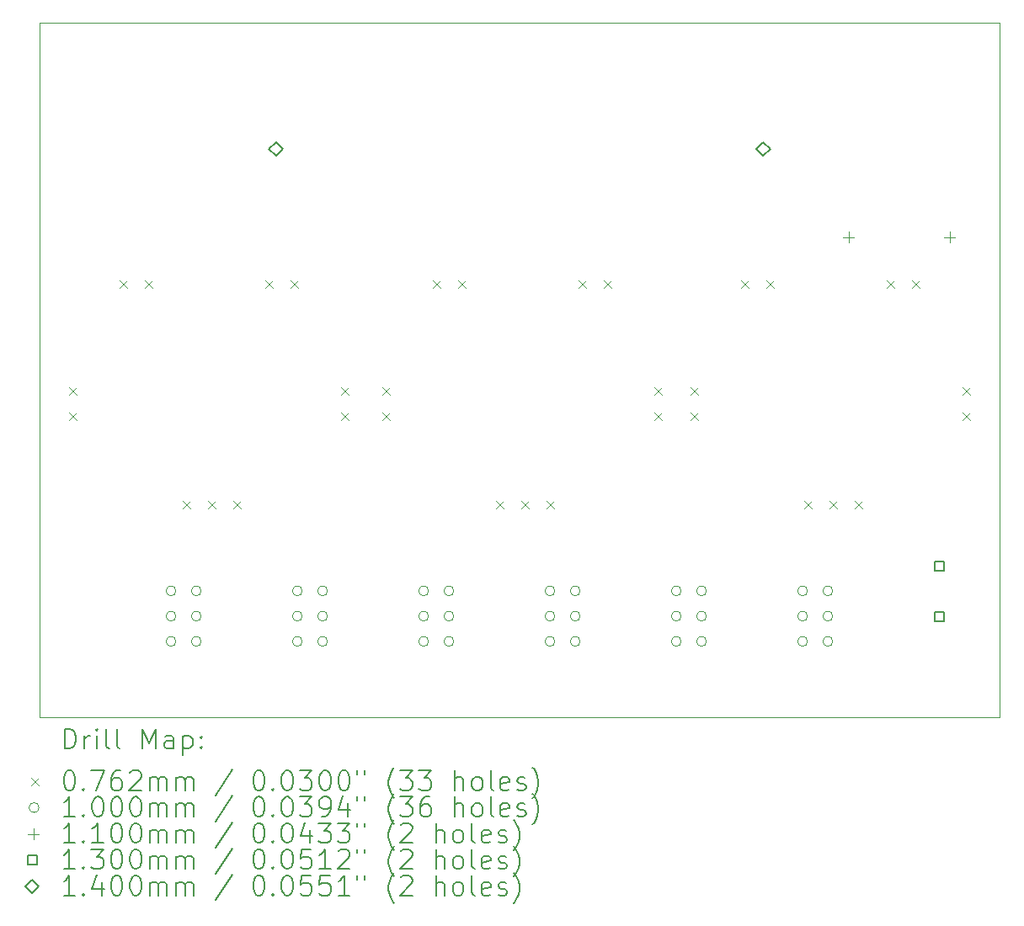
<source format=gbr>
%FSLAX45Y45*%
G04 Gerber Fmt 4.5, Leading zero omitted, Abs format (unit mm)*
G04 Created by KiCad (PCBNEW (6.0.0)) date 2022-08-06 06:41:08*
%MOMM*%
%LPD*%
G01*
G04 APERTURE LIST*
%TA.AperFunction,Profile*%
%ADD10C,0.100000*%
%TD*%
%ADD11C,0.200000*%
%ADD12C,0.076200*%
%ADD13C,0.100000*%
%ADD14C,0.110000*%
%ADD15C,0.130000*%
%ADD16C,0.140000*%
G04 APERTURE END LIST*
D10*
X8119500Y-4703500D02*
X17771500Y-4703500D01*
X17771500Y-4703500D02*
X17771500Y-11688500D01*
X17771500Y-11688500D02*
X8119500Y-11688500D01*
X8119500Y-11688500D02*
X8119500Y-4703500D01*
D11*
D12*
X8420700Y-8369500D02*
X8496900Y-8445700D01*
X8496900Y-8369500D02*
X8420700Y-8445700D01*
X8420700Y-8626000D02*
X8496900Y-8702200D01*
X8496900Y-8626000D02*
X8420700Y-8702200D01*
X8928700Y-7290000D02*
X9004900Y-7366200D01*
X9004900Y-7290000D02*
X8928700Y-7366200D01*
X9182700Y-7290000D02*
X9258900Y-7366200D01*
X9258900Y-7290000D02*
X9182700Y-7366200D01*
X9563700Y-9512500D02*
X9639900Y-9588700D01*
X9639900Y-9512500D02*
X9563700Y-9588700D01*
X9817700Y-9512500D02*
X9893900Y-9588700D01*
X9893900Y-9512500D02*
X9817700Y-9588700D01*
X10071700Y-9512500D02*
X10147900Y-9588700D01*
X10147900Y-9512500D02*
X10071700Y-9588700D01*
X10389200Y-7290000D02*
X10465400Y-7366200D01*
X10465400Y-7290000D02*
X10389200Y-7366200D01*
X10643200Y-7290000D02*
X10719400Y-7366200D01*
X10719400Y-7290000D02*
X10643200Y-7366200D01*
X11151200Y-8369500D02*
X11227400Y-8445700D01*
X11227400Y-8369500D02*
X11151200Y-8445700D01*
X11151200Y-8626000D02*
X11227400Y-8702200D01*
X11227400Y-8626000D02*
X11151200Y-8702200D01*
X11570300Y-8369500D02*
X11646500Y-8445700D01*
X11646500Y-8369500D02*
X11570300Y-8445700D01*
X11570300Y-8626000D02*
X11646500Y-8702200D01*
X11646500Y-8626000D02*
X11570300Y-8702200D01*
X12078300Y-7290000D02*
X12154500Y-7366200D01*
X12154500Y-7290000D02*
X12078300Y-7366200D01*
X12332300Y-7290000D02*
X12408500Y-7366200D01*
X12408500Y-7290000D02*
X12332300Y-7366200D01*
X12713300Y-9512500D02*
X12789500Y-9588700D01*
X12789500Y-9512500D02*
X12713300Y-9588700D01*
X12967300Y-9512500D02*
X13043500Y-9588700D01*
X13043500Y-9512500D02*
X12967300Y-9588700D01*
X13221300Y-9512500D02*
X13297500Y-9588700D01*
X13297500Y-9512500D02*
X13221300Y-9588700D01*
X13538800Y-7290000D02*
X13615000Y-7366200D01*
X13615000Y-7290000D02*
X13538800Y-7366200D01*
X13792800Y-7290000D02*
X13869000Y-7366200D01*
X13869000Y-7290000D02*
X13792800Y-7366200D01*
X14300800Y-8369500D02*
X14377000Y-8445700D01*
X14377000Y-8369500D02*
X14300800Y-8445700D01*
X14300800Y-8626000D02*
X14377000Y-8702200D01*
X14377000Y-8626000D02*
X14300800Y-8702200D01*
X14669100Y-8369500D02*
X14745300Y-8445700D01*
X14745300Y-8369500D02*
X14669100Y-8445700D01*
X14669100Y-8626000D02*
X14745300Y-8702200D01*
X14745300Y-8626000D02*
X14669100Y-8702200D01*
X15177100Y-7290000D02*
X15253300Y-7366200D01*
X15253300Y-7290000D02*
X15177100Y-7366200D01*
X15431100Y-7290000D02*
X15507300Y-7366200D01*
X15507300Y-7290000D02*
X15431100Y-7366200D01*
X15812100Y-9512500D02*
X15888300Y-9588700D01*
X15888300Y-9512500D02*
X15812100Y-9588700D01*
X16066100Y-9512500D02*
X16142300Y-9588700D01*
X16142300Y-9512500D02*
X16066100Y-9588700D01*
X16320100Y-9512500D02*
X16396300Y-9588700D01*
X16396300Y-9512500D02*
X16320100Y-9588700D01*
X16637600Y-7290000D02*
X16713800Y-7366200D01*
X16713800Y-7290000D02*
X16637600Y-7366200D01*
X16891600Y-7290000D02*
X16967800Y-7366200D01*
X16967800Y-7290000D02*
X16891600Y-7366200D01*
X17399600Y-8369500D02*
X17475800Y-8445700D01*
X17475800Y-8369500D02*
X17399600Y-8445700D01*
X17399600Y-8626000D02*
X17475800Y-8702200D01*
X17475800Y-8626000D02*
X17399600Y-8702200D01*
D13*
X9491250Y-10418000D02*
G75*
G03*
X9491250Y-10418000I-50000J0D01*
G01*
X9491250Y-10672000D02*
G75*
G03*
X9491250Y-10672000I-50000J0D01*
G01*
X9491250Y-10926000D02*
G75*
G03*
X9491250Y-10926000I-50000J0D01*
G01*
X9745250Y-10418000D02*
G75*
G03*
X9745250Y-10418000I-50000J0D01*
G01*
X9745250Y-10672000D02*
G75*
G03*
X9745250Y-10672000I-50000J0D01*
G01*
X9745250Y-10926000D02*
G75*
G03*
X9745250Y-10926000I-50000J0D01*
G01*
X10761250Y-10418000D02*
G75*
G03*
X10761250Y-10418000I-50000J0D01*
G01*
X10761250Y-10672000D02*
G75*
G03*
X10761250Y-10672000I-50000J0D01*
G01*
X10761250Y-10926000D02*
G75*
G03*
X10761250Y-10926000I-50000J0D01*
G01*
X11015250Y-10418000D02*
G75*
G03*
X11015250Y-10418000I-50000J0D01*
G01*
X11015250Y-10672000D02*
G75*
G03*
X11015250Y-10672000I-50000J0D01*
G01*
X11015250Y-10926000D02*
G75*
G03*
X11015250Y-10926000I-50000J0D01*
G01*
X12031250Y-10418000D02*
G75*
G03*
X12031250Y-10418000I-50000J0D01*
G01*
X12031250Y-10672000D02*
G75*
G03*
X12031250Y-10672000I-50000J0D01*
G01*
X12031250Y-10926000D02*
G75*
G03*
X12031250Y-10926000I-50000J0D01*
G01*
X12285250Y-10418000D02*
G75*
G03*
X12285250Y-10418000I-50000J0D01*
G01*
X12285250Y-10672000D02*
G75*
G03*
X12285250Y-10672000I-50000J0D01*
G01*
X12285250Y-10926000D02*
G75*
G03*
X12285250Y-10926000I-50000J0D01*
G01*
X13301250Y-10418000D02*
G75*
G03*
X13301250Y-10418000I-50000J0D01*
G01*
X13301250Y-10672000D02*
G75*
G03*
X13301250Y-10672000I-50000J0D01*
G01*
X13301250Y-10926000D02*
G75*
G03*
X13301250Y-10926000I-50000J0D01*
G01*
X13555250Y-10418000D02*
G75*
G03*
X13555250Y-10418000I-50000J0D01*
G01*
X13555250Y-10672000D02*
G75*
G03*
X13555250Y-10672000I-50000J0D01*
G01*
X13555250Y-10926000D02*
G75*
G03*
X13555250Y-10926000I-50000J0D01*
G01*
X14571250Y-10418000D02*
G75*
G03*
X14571250Y-10418000I-50000J0D01*
G01*
X14571250Y-10672000D02*
G75*
G03*
X14571250Y-10672000I-50000J0D01*
G01*
X14571250Y-10926000D02*
G75*
G03*
X14571250Y-10926000I-50000J0D01*
G01*
X14825250Y-10418000D02*
G75*
G03*
X14825250Y-10418000I-50000J0D01*
G01*
X14825250Y-10672000D02*
G75*
G03*
X14825250Y-10672000I-50000J0D01*
G01*
X14825250Y-10926000D02*
G75*
G03*
X14825250Y-10926000I-50000J0D01*
G01*
X15841250Y-10418000D02*
G75*
G03*
X15841250Y-10418000I-50000J0D01*
G01*
X15841250Y-10672000D02*
G75*
G03*
X15841250Y-10672000I-50000J0D01*
G01*
X15841250Y-10926000D02*
G75*
G03*
X15841250Y-10926000I-50000J0D01*
G01*
X16095250Y-10418000D02*
G75*
G03*
X16095250Y-10418000I-50000J0D01*
G01*
X16095250Y-10672000D02*
G75*
G03*
X16095250Y-10672000I-50000J0D01*
G01*
X16095250Y-10926000D02*
G75*
G03*
X16095250Y-10926000I-50000J0D01*
G01*
D14*
X16256000Y-6803000D02*
X16256000Y-6913000D01*
X16201000Y-6858000D02*
X16311000Y-6858000D01*
X17272000Y-6803000D02*
X17272000Y-6913000D01*
X17217000Y-6858000D02*
X17327000Y-6858000D01*
D15*
X17212462Y-10210962D02*
X17212462Y-10119038D01*
X17120538Y-10119038D01*
X17120538Y-10210962D01*
X17212462Y-10210962D01*
X17212462Y-10718962D02*
X17212462Y-10627038D01*
X17120538Y-10627038D01*
X17120538Y-10718962D01*
X17212462Y-10718962D01*
D16*
X10495500Y-6043500D02*
X10565500Y-5973500D01*
X10495500Y-5903500D01*
X10425500Y-5973500D01*
X10495500Y-6043500D01*
X15395500Y-6043500D02*
X15465500Y-5973500D01*
X15395500Y-5903500D01*
X15325500Y-5973500D01*
X15395500Y-6043500D01*
D11*
X8372119Y-12003976D02*
X8372119Y-11803976D01*
X8419738Y-11803976D01*
X8448310Y-11813500D01*
X8467357Y-11832548D01*
X8476881Y-11851595D01*
X8486405Y-11889690D01*
X8486405Y-11918262D01*
X8476881Y-11956357D01*
X8467357Y-11975405D01*
X8448310Y-11994452D01*
X8419738Y-12003976D01*
X8372119Y-12003976D01*
X8572119Y-12003976D02*
X8572119Y-11870643D01*
X8572119Y-11908738D02*
X8581643Y-11889690D01*
X8591167Y-11880167D01*
X8610214Y-11870643D01*
X8629262Y-11870643D01*
X8695929Y-12003976D02*
X8695929Y-11870643D01*
X8695929Y-11803976D02*
X8686405Y-11813500D01*
X8695929Y-11823024D01*
X8705452Y-11813500D01*
X8695929Y-11803976D01*
X8695929Y-11823024D01*
X8819738Y-12003976D02*
X8800690Y-11994452D01*
X8791167Y-11975405D01*
X8791167Y-11803976D01*
X8924500Y-12003976D02*
X8905452Y-11994452D01*
X8895929Y-11975405D01*
X8895929Y-11803976D01*
X9153071Y-12003976D02*
X9153071Y-11803976D01*
X9219738Y-11946833D01*
X9286405Y-11803976D01*
X9286405Y-12003976D01*
X9467357Y-12003976D02*
X9467357Y-11899214D01*
X9457833Y-11880167D01*
X9438786Y-11870643D01*
X9400690Y-11870643D01*
X9381643Y-11880167D01*
X9467357Y-11994452D02*
X9448310Y-12003976D01*
X9400690Y-12003976D01*
X9381643Y-11994452D01*
X9372119Y-11975405D01*
X9372119Y-11956357D01*
X9381643Y-11937309D01*
X9400690Y-11927786D01*
X9448310Y-11927786D01*
X9467357Y-11918262D01*
X9562595Y-11870643D02*
X9562595Y-12070643D01*
X9562595Y-11880167D02*
X9581643Y-11870643D01*
X9619738Y-11870643D01*
X9638786Y-11880167D01*
X9648310Y-11889690D01*
X9657833Y-11908738D01*
X9657833Y-11965881D01*
X9648310Y-11984928D01*
X9638786Y-11994452D01*
X9619738Y-12003976D01*
X9581643Y-12003976D01*
X9562595Y-11994452D01*
X9743548Y-11984928D02*
X9753071Y-11994452D01*
X9743548Y-12003976D01*
X9734024Y-11994452D01*
X9743548Y-11984928D01*
X9743548Y-12003976D01*
X9743548Y-11880167D02*
X9753071Y-11889690D01*
X9743548Y-11899214D01*
X9734024Y-11889690D01*
X9743548Y-11880167D01*
X9743548Y-11899214D01*
D12*
X8038300Y-12295400D02*
X8114500Y-12371600D01*
X8114500Y-12295400D02*
X8038300Y-12371600D01*
D11*
X8410214Y-12223976D02*
X8429262Y-12223976D01*
X8448310Y-12233500D01*
X8457833Y-12243024D01*
X8467357Y-12262071D01*
X8476881Y-12300167D01*
X8476881Y-12347786D01*
X8467357Y-12385881D01*
X8457833Y-12404928D01*
X8448310Y-12414452D01*
X8429262Y-12423976D01*
X8410214Y-12423976D01*
X8391167Y-12414452D01*
X8381643Y-12404928D01*
X8372119Y-12385881D01*
X8362595Y-12347786D01*
X8362595Y-12300167D01*
X8372119Y-12262071D01*
X8381643Y-12243024D01*
X8391167Y-12233500D01*
X8410214Y-12223976D01*
X8562595Y-12404928D02*
X8572119Y-12414452D01*
X8562595Y-12423976D01*
X8553071Y-12414452D01*
X8562595Y-12404928D01*
X8562595Y-12423976D01*
X8638786Y-12223976D02*
X8772119Y-12223976D01*
X8686405Y-12423976D01*
X8934024Y-12223976D02*
X8895929Y-12223976D01*
X8876881Y-12233500D01*
X8867357Y-12243024D01*
X8848310Y-12271595D01*
X8838786Y-12309690D01*
X8838786Y-12385881D01*
X8848310Y-12404928D01*
X8857833Y-12414452D01*
X8876881Y-12423976D01*
X8914976Y-12423976D01*
X8934024Y-12414452D01*
X8943548Y-12404928D01*
X8953071Y-12385881D01*
X8953071Y-12338262D01*
X8943548Y-12319214D01*
X8934024Y-12309690D01*
X8914976Y-12300167D01*
X8876881Y-12300167D01*
X8857833Y-12309690D01*
X8848310Y-12319214D01*
X8838786Y-12338262D01*
X9029262Y-12243024D02*
X9038786Y-12233500D01*
X9057833Y-12223976D01*
X9105452Y-12223976D01*
X9124500Y-12233500D01*
X9134024Y-12243024D01*
X9143548Y-12262071D01*
X9143548Y-12281119D01*
X9134024Y-12309690D01*
X9019738Y-12423976D01*
X9143548Y-12423976D01*
X9229262Y-12423976D02*
X9229262Y-12290643D01*
X9229262Y-12309690D02*
X9238786Y-12300167D01*
X9257833Y-12290643D01*
X9286405Y-12290643D01*
X9305452Y-12300167D01*
X9314976Y-12319214D01*
X9314976Y-12423976D01*
X9314976Y-12319214D02*
X9324500Y-12300167D01*
X9343548Y-12290643D01*
X9372119Y-12290643D01*
X9391167Y-12300167D01*
X9400690Y-12319214D01*
X9400690Y-12423976D01*
X9495929Y-12423976D02*
X9495929Y-12290643D01*
X9495929Y-12309690D02*
X9505452Y-12300167D01*
X9524500Y-12290643D01*
X9553071Y-12290643D01*
X9572119Y-12300167D01*
X9581643Y-12319214D01*
X9581643Y-12423976D01*
X9581643Y-12319214D02*
X9591167Y-12300167D01*
X9610214Y-12290643D01*
X9638786Y-12290643D01*
X9657833Y-12300167D01*
X9667357Y-12319214D01*
X9667357Y-12423976D01*
X10057833Y-12214452D02*
X9886405Y-12471595D01*
X10314976Y-12223976D02*
X10334024Y-12223976D01*
X10353071Y-12233500D01*
X10362595Y-12243024D01*
X10372119Y-12262071D01*
X10381643Y-12300167D01*
X10381643Y-12347786D01*
X10372119Y-12385881D01*
X10362595Y-12404928D01*
X10353071Y-12414452D01*
X10334024Y-12423976D01*
X10314976Y-12423976D01*
X10295929Y-12414452D01*
X10286405Y-12404928D01*
X10276881Y-12385881D01*
X10267357Y-12347786D01*
X10267357Y-12300167D01*
X10276881Y-12262071D01*
X10286405Y-12243024D01*
X10295929Y-12233500D01*
X10314976Y-12223976D01*
X10467357Y-12404928D02*
X10476881Y-12414452D01*
X10467357Y-12423976D01*
X10457833Y-12414452D01*
X10467357Y-12404928D01*
X10467357Y-12423976D01*
X10600690Y-12223976D02*
X10619738Y-12223976D01*
X10638786Y-12233500D01*
X10648310Y-12243024D01*
X10657833Y-12262071D01*
X10667357Y-12300167D01*
X10667357Y-12347786D01*
X10657833Y-12385881D01*
X10648310Y-12404928D01*
X10638786Y-12414452D01*
X10619738Y-12423976D01*
X10600690Y-12423976D01*
X10581643Y-12414452D01*
X10572119Y-12404928D01*
X10562595Y-12385881D01*
X10553071Y-12347786D01*
X10553071Y-12300167D01*
X10562595Y-12262071D01*
X10572119Y-12243024D01*
X10581643Y-12233500D01*
X10600690Y-12223976D01*
X10734024Y-12223976D02*
X10857833Y-12223976D01*
X10791167Y-12300167D01*
X10819738Y-12300167D01*
X10838786Y-12309690D01*
X10848310Y-12319214D01*
X10857833Y-12338262D01*
X10857833Y-12385881D01*
X10848310Y-12404928D01*
X10838786Y-12414452D01*
X10819738Y-12423976D01*
X10762595Y-12423976D01*
X10743548Y-12414452D01*
X10734024Y-12404928D01*
X10981643Y-12223976D02*
X11000690Y-12223976D01*
X11019738Y-12233500D01*
X11029262Y-12243024D01*
X11038786Y-12262071D01*
X11048310Y-12300167D01*
X11048310Y-12347786D01*
X11038786Y-12385881D01*
X11029262Y-12404928D01*
X11019738Y-12414452D01*
X11000690Y-12423976D01*
X10981643Y-12423976D01*
X10962595Y-12414452D01*
X10953071Y-12404928D01*
X10943548Y-12385881D01*
X10934024Y-12347786D01*
X10934024Y-12300167D01*
X10943548Y-12262071D01*
X10953071Y-12243024D01*
X10962595Y-12233500D01*
X10981643Y-12223976D01*
X11172119Y-12223976D02*
X11191167Y-12223976D01*
X11210214Y-12233500D01*
X11219738Y-12243024D01*
X11229262Y-12262071D01*
X11238786Y-12300167D01*
X11238786Y-12347786D01*
X11229262Y-12385881D01*
X11219738Y-12404928D01*
X11210214Y-12414452D01*
X11191167Y-12423976D01*
X11172119Y-12423976D01*
X11153071Y-12414452D01*
X11143548Y-12404928D01*
X11134024Y-12385881D01*
X11124500Y-12347786D01*
X11124500Y-12300167D01*
X11134024Y-12262071D01*
X11143548Y-12243024D01*
X11153071Y-12233500D01*
X11172119Y-12223976D01*
X11314976Y-12223976D02*
X11314976Y-12262071D01*
X11391167Y-12223976D02*
X11391167Y-12262071D01*
X11686405Y-12500167D02*
X11676881Y-12490643D01*
X11657833Y-12462071D01*
X11648309Y-12443024D01*
X11638786Y-12414452D01*
X11629262Y-12366833D01*
X11629262Y-12328738D01*
X11638786Y-12281119D01*
X11648309Y-12252548D01*
X11657833Y-12233500D01*
X11676881Y-12204928D01*
X11686405Y-12195405D01*
X11743548Y-12223976D02*
X11867357Y-12223976D01*
X11800690Y-12300167D01*
X11829262Y-12300167D01*
X11848309Y-12309690D01*
X11857833Y-12319214D01*
X11867357Y-12338262D01*
X11867357Y-12385881D01*
X11857833Y-12404928D01*
X11848309Y-12414452D01*
X11829262Y-12423976D01*
X11772119Y-12423976D01*
X11753071Y-12414452D01*
X11743548Y-12404928D01*
X11934024Y-12223976D02*
X12057833Y-12223976D01*
X11991167Y-12300167D01*
X12019738Y-12300167D01*
X12038786Y-12309690D01*
X12048309Y-12319214D01*
X12057833Y-12338262D01*
X12057833Y-12385881D01*
X12048309Y-12404928D01*
X12038786Y-12414452D01*
X12019738Y-12423976D01*
X11962595Y-12423976D01*
X11943548Y-12414452D01*
X11934024Y-12404928D01*
X12295928Y-12423976D02*
X12295928Y-12223976D01*
X12381643Y-12423976D02*
X12381643Y-12319214D01*
X12372119Y-12300167D01*
X12353071Y-12290643D01*
X12324500Y-12290643D01*
X12305452Y-12300167D01*
X12295928Y-12309690D01*
X12505452Y-12423976D02*
X12486405Y-12414452D01*
X12476881Y-12404928D01*
X12467357Y-12385881D01*
X12467357Y-12328738D01*
X12476881Y-12309690D01*
X12486405Y-12300167D01*
X12505452Y-12290643D01*
X12534024Y-12290643D01*
X12553071Y-12300167D01*
X12562595Y-12309690D01*
X12572119Y-12328738D01*
X12572119Y-12385881D01*
X12562595Y-12404928D01*
X12553071Y-12414452D01*
X12534024Y-12423976D01*
X12505452Y-12423976D01*
X12686405Y-12423976D02*
X12667357Y-12414452D01*
X12657833Y-12395405D01*
X12657833Y-12223976D01*
X12838786Y-12414452D02*
X12819738Y-12423976D01*
X12781643Y-12423976D01*
X12762595Y-12414452D01*
X12753071Y-12395405D01*
X12753071Y-12319214D01*
X12762595Y-12300167D01*
X12781643Y-12290643D01*
X12819738Y-12290643D01*
X12838786Y-12300167D01*
X12848309Y-12319214D01*
X12848309Y-12338262D01*
X12753071Y-12357309D01*
X12924500Y-12414452D02*
X12943548Y-12423976D01*
X12981643Y-12423976D01*
X13000690Y-12414452D01*
X13010214Y-12395405D01*
X13010214Y-12385881D01*
X13000690Y-12366833D01*
X12981643Y-12357309D01*
X12953071Y-12357309D01*
X12934024Y-12347786D01*
X12924500Y-12328738D01*
X12924500Y-12319214D01*
X12934024Y-12300167D01*
X12953071Y-12290643D01*
X12981643Y-12290643D01*
X13000690Y-12300167D01*
X13076881Y-12500167D02*
X13086405Y-12490643D01*
X13105452Y-12462071D01*
X13114976Y-12443024D01*
X13124500Y-12414452D01*
X13134024Y-12366833D01*
X13134024Y-12328738D01*
X13124500Y-12281119D01*
X13114976Y-12252548D01*
X13105452Y-12233500D01*
X13086405Y-12204928D01*
X13076881Y-12195405D01*
D13*
X8114500Y-12597500D02*
G75*
G03*
X8114500Y-12597500I-50000J0D01*
G01*
D11*
X8476881Y-12687976D02*
X8362595Y-12687976D01*
X8419738Y-12687976D02*
X8419738Y-12487976D01*
X8400690Y-12516548D01*
X8381643Y-12535595D01*
X8362595Y-12545119D01*
X8562595Y-12668928D02*
X8572119Y-12678452D01*
X8562595Y-12687976D01*
X8553071Y-12678452D01*
X8562595Y-12668928D01*
X8562595Y-12687976D01*
X8695929Y-12487976D02*
X8714976Y-12487976D01*
X8734024Y-12497500D01*
X8743548Y-12507024D01*
X8753071Y-12526071D01*
X8762595Y-12564167D01*
X8762595Y-12611786D01*
X8753071Y-12649881D01*
X8743548Y-12668928D01*
X8734024Y-12678452D01*
X8714976Y-12687976D01*
X8695929Y-12687976D01*
X8676881Y-12678452D01*
X8667357Y-12668928D01*
X8657833Y-12649881D01*
X8648310Y-12611786D01*
X8648310Y-12564167D01*
X8657833Y-12526071D01*
X8667357Y-12507024D01*
X8676881Y-12497500D01*
X8695929Y-12487976D01*
X8886405Y-12487976D02*
X8905452Y-12487976D01*
X8924500Y-12497500D01*
X8934024Y-12507024D01*
X8943548Y-12526071D01*
X8953071Y-12564167D01*
X8953071Y-12611786D01*
X8943548Y-12649881D01*
X8934024Y-12668928D01*
X8924500Y-12678452D01*
X8905452Y-12687976D01*
X8886405Y-12687976D01*
X8867357Y-12678452D01*
X8857833Y-12668928D01*
X8848310Y-12649881D01*
X8838786Y-12611786D01*
X8838786Y-12564167D01*
X8848310Y-12526071D01*
X8857833Y-12507024D01*
X8867357Y-12497500D01*
X8886405Y-12487976D01*
X9076881Y-12487976D02*
X9095929Y-12487976D01*
X9114976Y-12497500D01*
X9124500Y-12507024D01*
X9134024Y-12526071D01*
X9143548Y-12564167D01*
X9143548Y-12611786D01*
X9134024Y-12649881D01*
X9124500Y-12668928D01*
X9114976Y-12678452D01*
X9095929Y-12687976D01*
X9076881Y-12687976D01*
X9057833Y-12678452D01*
X9048310Y-12668928D01*
X9038786Y-12649881D01*
X9029262Y-12611786D01*
X9029262Y-12564167D01*
X9038786Y-12526071D01*
X9048310Y-12507024D01*
X9057833Y-12497500D01*
X9076881Y-12487976D01*
X9229262Y-12687976D02*
X9229262Y-12554643D01*
X9229262Y-12573690D02*
X9238786Y-12564167D01*
X9257833Y-12554643D01*
X9286405Y-12554643D01*
X9305452Y-12564167D01*
X9314976Y-12583214D01*
X9314976Y-12687976D01*
X9314976Y-12583214D02*
X9324500Y-12564167D01*
X9343548Y-12554643D01*
X9372119Y-12554643D01*
X9391167Y-12564167D01*
X9400690Y-12583214D01*
X9400690Y-12687976D01*
X9495929Y-12687976D02*
X9495929Y-12554643D01*
X9495929Y-12573690D02*
X9505452Y-12564167D01*
X9524500Y-12554643D01*
X9553071Y-12554643D01*
X9572119Y-12564167D01*
X9581643Y-12583214D01*
X9581643Y-12687976D01*
X9581643Y-12583214D02*
X9591167Y-12564167D01*
X9610214Y-12554643D01*
X9638786Y-12554643D01*
X9657833Y-12564167D01*
X9667357Y-12583214D01*
X9667357Y-12687976D01*
X10057833Y-12478452D02*
X9886405Y-12735595D01*
X10314976Y-12487976D02*
X10334024Y-12487976D01*
X10353071Y-12497500D01*
X10362595Y-12507024D01*
X10372119Y-12526071D01*
X10381643Y-12564167D01*
X10381643Y-12611786D01*
X10372119Y-12649881D01*
X10362595Y-12668928D01*
X10353071Y-12678452D01*
X10334024Y-12687976D01*
X10314976Y-12687976D01*
X10295929Y-12678452D01*
X10286405Y-12668928D01*
X10276881Y-12649881D01*
X10267357Y-12611786D01*
X10267357Y-12564167D01*
X10276881Y-12526071D01*
X10286405Y-12507024D01*
X10295929Y-12497500D01*
X10314976Y-12487976D01*
X10467357Y-12668928D02*
X10476881Y-12678452D01*
X10467357Y-12687976D01*
X10457833Y-12678452D01*
X10467357Y-12668928D01*
X10467357Y-12687976D01*
X10600690Y-12487976D02*
X10619738Y-12487976D01*
X10638786Y-12497500D01*
X10648310Y-12507024D01*
X10657833Y-12526071D01*
X10667357Y-12564167D01*
X10667357Y-12611786D01*
X10657833Y-12649881D01*
X10648310Y-12668928D01*
X10638786Y-12678452D01*
X10619738Y-12687976D01*
X10600690Y-12687976D01*
X10581643Y-12678452D01*
X10572119Y-12668928D01*
X10562595Y-12649881D01*
X10553071Y-12611786D01*
X10553071Y-12564167D01*
X10562595Y-12526071D01*
X10572119Y-12507024D01*
X10581643Y-12497500D01*
X10600690Y-12487976D01*
X10734024Y-12487976D02*
X10857833Y-12487976D01*
X10791167Y-12564167D01*
X10819738Y-12564167D01*
X10838786Y-12573690D01*
X10848310Y-12583214D01*
X10857833Y-12602262D01*
X10857833Y-12649881D01*
X10848310Y-12668928D01*
X10838786Y-12678452D01*
X10819738Y-12687976D01*
X10762595Y-12687976D01*
X10743548Y-12678452D01*
X10734024Y-12668928D01*
X10953071Y-12687976D02*
X10991167Y-12687976D01*
X11010214Y-12678452D01*
X11019738Y-12668928D01*
X11038786Y-12640357D01*
X11048310Y-12602262D01*
X11048310Y-12526071D01*
X11038786Y-12507024D01*
X11029262Y-12497500D01*
X11010214Y-12487976D01*
X10972119Y-12487976D01*
X10953071Y-12497500D01*
X10943548Y-12507024D01*
X10934024Y-12526071D01*
X10934024Y-12573690D01*
X10943548Y-12592738D01*
X10953071Y-12602262D01*
X10972119Y-12611786D01*
X11010214Y-12611786D01*
X11029262Y-12602262D01*
X11038786Y-12592738D01*
X11048310Y-12573690D01*
X11219738Y-12554643D02*
X11219738Y-12687976D01*
X11172119Y-12478452D02*
X11124500Y-12621309D01*
X11248309Y-12621309D01*
X11314976Y-12487976D02*
X11314976Y-12526071D01*
X11391167Y-12487976D02*
X11391167Y-12526071D01*
X11686405Y-12764167D02*
X11676881Y-12754643D01*
X11657833Y-12726071D01*
X11648309Y-12707024D01*
X11638786Y-12678452D01*
X11629262Y-12630833D01*
X11629262Y-12592738D01*
X11638786Y-12545119D01*
X11648309Y-12516548D01*
X11657833Y-12497500D01*
X11676881Y-12468928D01*
X11686405Y-12459405D01*
X11743548Y-12487976D02*
X11867357Y-12487976D01*
X11800690Y-12564167D01*
X11829262Y-12564167D01*
X11848309Y-12573690D01*
X11857833Y-12583214D01*
X11867357Y-12602262D01*
X11867357Y-12649881D01*
X11857833Y-12668928D01*
X11848309Y-12678452D01*
X11829262Y-12687976D01*
X11772119Y-12687976D01*
X11753071Y-12678452D01*
X11743548Y-12668928D01*
X12038786Y-12487976D02*
X12000690Y-12487976D01*
X11981643Y-12497500D01*
X11972119Y-12507024D01*
X11953071Y-12535595D01*
X11943548Y-12573690D01*
X11943548Y-12649881D01*
X11953071Y-12668928D01*
X11962595Y-12678452D01*
X11981643Y-12687976D01*
X12019738Y-12687976D01*
X12038786Y-12678452D01*
X12048309Y-12668928D01*
X12057833Y-12649881D01*
X12057833Y-12602262D01*
X12048309Y-12583214D01*
X12038786Y-12573690D01*
X12019738Y-12564167D01*
X11981643Y-12564167D01*
X11962595Y-12573690D01*
X11953071Y-12583214D01*
X11943548Y-12602262D01*
X12295928Y-12687976D02*
X12295928Y-12487976D01*
X12381643Y-12687976D02*
X12381643Y-12583214D01*
X12372119Y-12564167D01*
X12353071Y-12554643D01*
X12324500Y-12554643D01*
X12305452Y-12564167D01*
X12295928Y-12573690D01*
X12505452Y-12687976D02*
X12486405Y-12678452D01*
X12476881Y-12668928D01*
X12467357Y-12649881D01*
X12467357Y-12592738D01*
X12476881Y-12573690D01*
X12486405Y-12564167D01*
X12505452Y-12554643D01*
X12534024Y-12554643D01*
X12553071Y-12564167D01*
X12562595Y-12573690D01*
X12572119Y-12592738D01*
X12572119Y-12649881D01*
X12562595Y-12668928D01*
X12553071Y-12678452D01*
X12534024Y-12687976D01*
X12505452Y-12687976D01*
X12686405Y-12687976D02*
X12667357Y-12678452D01*
X12657833Y-12659405D01*
X12657833Y-12487976D01*
X12838786Y-12678452D02*
X12819738Y-12687976D01*
X12781643Y-12687976D01*
X12762595Y-12678452D01*
X12753071Y-12659405D01*
X12753071Y-12583214D01*
X12762595Y-12564167D01*
X12781643Y-12554643D01*
X12819738Y-12554643D01*
X12838786Y-12564167D01*
X12848309Y-12583214D01*
X12848309Y-12602262D01*
X12753071Y-12621309D01*
X12924500Y-12678452D02*
X12943548Y-12687976D01*
X12981643Y-12687976D01*
X13000690Y-12678452D01*
X13010214Y-12659405D01*
X13010214Y-12649881D01*
X13000690Y-12630833D01*
X12981643Y-12621309D01*
X12953071Y-12621309D01*
X12934024Y-12611786D01*
X12924500Y-12592738D01*
X12924500Y-12583214D01*
X12934024Y-12564167D01*
X12953071Y-12554643D01*
X12981643Y-12554643D01*
X13000690Y-12564167D01*
X13076881Y-12764167D02*
X13086405Y-12754643D01*
X13105452Y-12726071D01*
X13114976Y-12707024D01*
X13124500Y-12678452D01*
X13134024Y-12630833D01*
X13134024Y-12592738D01*
X13124500Y-12545119D01*
X13114976Y-12516548D01*
X13105452Y-12497500D01*
X13086405Y-12468928D01*
X13076881Y-12459405D01*
D14*
X8059500Y-12806500D02*
X8059500Y-12916500D01*
X8004500Y-12861500D02*
X8114500Y-12861500D01*
D11*
X8476881Y-12951976D02*
X8362595Y-12951976D01*
X8419738Y-12951976D02*
X8419738Y-12751976D01*
X8400690Y-12780548D01*
X8381643Y-12799595D01*
X8362595Y-12809119D01*
X8562595Y-12932928D02*
X8572119Y-12942452D01*
X8562595Y-12951976D01*
X8553071Y-12942452D01*
X8562595Y-12932928D01*
X8562595Y-12951976D01*
X8762595Y-12951976D02*
X8648310Y-12951976D01*
X8705452Y-12951976D02*
X8705452Y-12751976D01*
X8686405Y-12780548D01*
X8667357Y-12799595D01*
X8648310Y-12809119D01*
X8886405Y-12751976D02*
X8905452Y-12751976D01*
X8924500Y-12761500D01*
X8934024Y-12771024D01*
X8943548Y-12790071D01*
X8953071Y-12828167D01*
X8953071Y-12875786D01*
X8943548Y-12913881D01*
X8934024Y-12932928D01*
X8924500Y-12942452D01*
X8905452Y-12951976D01*
X8886405Y-12951976D01*
X8867357Y-12942452D01*
X8857833Y-12932928D01*
X8848310Y-12913881D01*
X8838786Y-12875786D01*
X8838786Y-12828167D01*
X8848310Y-12790071D01*
X8857833Y-12771024D01*
X8867357Y-12761500D01*
X8886405Y-12751976D01*
X9076881Y-12751976D02*
X9095929Y-12751976D01*
X9114976Y-12761500D01*
X9124500Y-12771024D01*
X9134024Y-12790071D01*
X9143548Y-12828167D01*
X9143548Y-12875786D01*
X9134024Y-12913881D01*
X9124500Y-12932928D01*
X9114976Y-12942452D01*
X9095929Y-12951976D01*
X9076881Y-12951976D01*
X9057833Y-12942452D01*
X9048310Y-12932928D01*
X9038786Y-12913881D01*
X9029262Y-12875786D01*
X9029262Y-12828167D01*
X9038786Y-12790071D01*
X9048310Y-12771024D01*
X9057833Y-12761500D01*
X9076881Y-12751976D01*
X9229262Y-12951976D02*
X9229262Y-12818643D01*
X9229262Y-12837690D02*
X9238786Y-12828167D01*
X9257833Y-12818643D01*
X9286405Y-12818643D01*
X9305452Y-12828167D01*
X9314976Y-12847214D01*
X9314976Y-12951976D01*
X9314976Y-12847214D02*
X9324500Y-12828167D01*
X9343548Y-12818643D01*
X9372119Y-12818643D01*
X9391167Y-12828167D01*
X9400690Y-12847214D01*
X9400690Y-12951976D01*
X9495929Y-12951976D02*
X9495929Y-12818643D01*
X9495929Y-12837690D02*
X9505452Y-12828167D01*
X9524500Y-12818643D01*
X9553071Y-12818643D01*
X9572119Y-12828167D01*
X9581643Y-12847214D01*
X9581643Y-12951976D01*
X9581643Y-12847214D02*
X9591167Y-12828167D01*
X9610214Y-12818643D01*
X9638786Y-12818643D01*
X9657833Y-12828167D01*
X9667357Y-12847214D01*
X9667357Y-12951976D01*
X10057833Y-12742452D02*
X9886405Y-12999595D01*
X10314976Y-12751976D02*
X10334024Y-12751976D01*
X10353071Y-12761500D01*
X10362595Y-12771024D01*
X10372119Y-12790071D01*
X10381643Y-12828167D01*
X10381643Y-12875786D01*
X10372119Y-12913881D01*
X10362595Y-12932928D01*
X10353071Y-12942452D01*
X10334024Y-12951976D01*
X10314976Y-12951976D01*
X10295929Y-12942452D01*
X10286405Y-12932928D01*
X10276881Y-12913881D01*
X10267357Y-12875786D01*
X10267357Y-12828167D01*
X10276881Y-12790071D01*
X10286405Y-12771024D01*
X10295929Y-12761500D01*
X10314976Y-12751976D01*
X10467357Y-12932928D02*
X10476881Y-12942452D01*
X10467357Y-12951976D01*
X10457833Y-12942452D01*
X10467357Y-12932928D01*
X10467357Y-12951976D01*
X10600690Y-12751976D02*
X10619738Y-12751976D01*
X10638786Y-12761500D01*
X10648310Y-12771024D01*
X10657833Y-12790071D01*
X10667357Y-12828167D01*
X10667357Y-12875786D01*
X10657833Y-12913881D01*
X10648310Y-12932928D01*
X10638786Y-12942452D01*
X10619738Y-12951976D01*
X10600690Y-12951976D01*
X10581643Y-12942452D01*
X10572119Y-12932928D01*
X10562595Y-12913881D01*
X10553071Y-12875786D01*
X10553071Y-12828167D01*
X10562595Y-12790071D01*
X10572119Y-12771024D01*
X10581643Y-12761500D01*
X10600690Y-12751976D01*
X10838786Y-12818643D02*
X10838786Y-12951976D01*
X10791167Y-12742452D02*
X10743548Y-12885309D01*
X10867357Y-12885309D01*
X10924500Y-12751976D02*
X11048310Y-12751976D01*
X10981643Y-12828167D01*
X11010214Y-12828167D01*
X11029262Y-12837690D01*
X11038786Y-12847214D01*
X11048310Y-12866262D01*
X11048310Y-12913881D01*
X11038786Y-12932928D01*
X11029262Y-12942452D01*
X11010214Y-12951976D01*
X10953071Y-12951976D01*
X10934024Y-12942452D01*
X10924500Y-12932928D01*
X11114976Y-12751976D02*
X11238786Y-12751976D01*
X11172119Y-12828167D01*
X11200690Y-12828167D01*
X11219738Y-12837690D01*
X11229262Y-12847214D01*
X11238786Y-12866262D01*
X11238786Y-12913881D01*
X11229262Y-12932928D01*
X11219738Y-12942452D01*
X11200690Y-12951976D01*
X11143548Y-12951976D01*
X11124500Y-12942452D01*
X11114976Y-12932928D01*
X11314976Y-12751976D02*
X11314976Y-12790071D01*
X11391167Y-12751976D02*
X11391167Y-12790071D01*
X11686405Y-13028167D02*
X11676881Y-13018643D01*
X11657833Y-12990071D01*
X11648309Y-12971024D01*
X11638786Y-12942452D01*
X11629262Y-12894833D01*
X11629262Y-12856738D01*
X11638786Y-12809119D01*
X11648309Y-12780548D01*
X11657833Y-12761500D01*
X11676881Y-12732928D01*
X11686405Y-12723405D01*
X11753071Y-12771024D02*
X11762595Y-12761500D01*
X11781643Y-12751976D01*
X11829262Y-12751976D01*
X11848309Y-12761500D01*
X11857833Y-12771024D01*
X11867357Y-12790071D01*
X11867357Y-12809119D01*
X11857833Y-12837690D01*
X11743548Y-12951976D01*
X11867357Y-12951976D01*
X12105452Y-12951976D02*
X12105452Y-12751976D01*
X12191167Y-12951976D02*
X12191167Y-12847214D01*
X12181643Y-12828167D01*
X12162595Y-12818643D01*
X12134024Y-12818643D01*
X12114976Y-12828167D01*
X12105452Y-12837690D01*
X12314976Y-12951976D02*
X12295928Y-12942452D01*
X12286405Y-12932928D01*
X12276881Y-12913881D01*
X12276881Y-12856738D01*
X12286405Y-12837690D01*
X12295928Y-12828167D01*
X12314976Y-12818643D01*
X12343548Y-12818643D01*
X12362595Y-12828167D01*
X12372119Y-12837690D01*
X12381643Y-12856738D01*
X12381643Y-12913881D01*
X12372119Y-12932928D01*
X12362595Y-12942452D01*
X12343548Y-12951976D01*
X12314976Y-12951976D01*
X12495928Y-12951976D02*
X12476881Y-12942452D01*
X12467357Y-12923405D01*
X12467357Y-12751976D01*
X12648309Y-12942452D02*
X12629262Y-12951976D01*
X12591167Y-12951976D01*
X12572119Y-12942452D01*
X12562595Y-12923405D01*
X12562595Y-12847214D01*
X12572119Y-12828167D01*
X12591167Y-12818643D01*
X12629262Y-12818643D01*
X12648309Y-12828167D01*
X12657833Y-12847214D01*
X12657833Y-12866262D01*
X12562595Y-12885309D01*
X12734024Y-12942452D02*
X12753071Y-12951976D01*
X12791167Y-12951976D01*
X12810214Y-12942452D01*
X12819738Y-12923405D01*
X12819738Y-12913881D01*
X12810214Y-12894833D01*
X12791167Y-12885309D01*
X12762595Y-12885309D01*
X12743548Y-12875786D01*
X12734024Y-12856738D01*
X12734024Y-12847214D01*
X12743548Y-12828167D01*
X12762595Y-12818643D01*
X12791167Y-12818643D01*
X12810214Y-12828167D01*
X12886405Y-13028167D02*
X12895928Y-13018643D01*
X12914976Y-12990071D01*
X12924500Y-12971024D01*
X12934024Y-12942452D01*
X12943548Y-12894833D01*
X12943548Y-12856738D01*
X12934024Y-12809119D01*
X12924500Y-12780548D01*
X12914976Y-12761500D01*
X12895928Y-12732928D01*
X12886405Y-12723405D01*
D15*
X8095462Y-13171462D02*
X8095462Y-13079538D01*
X8003538Y-13079538D01*
X8003538Y-13171462D01*
X8095462Y-13171462D01*
D11*
X8476881Y-13215976D02*
X8362595Y-13215976D01*
X8419738Y-13215976D02*
X8419738Y-13015976D01*
X8400690Y-13044548D01*
X8381643Y-13063595D01*
X8362595Y-13073119D01*
X8562595Y-13196928D02*
X8572119Y-13206452D01*
X8562595Y-13215976D01*
X8553071Y-13206452D01*
X8562595Y-13196928D01*
X8562595Y-13215976D01*
X8638786Y-13015976D02*
X8762595Y-13015976D01*
X8695929Y-13092167D01*
X8724500Y-13092167D01*
X8743548Y-13101690D01*
X8753071Y-13111214D01*
X8762595Y-13130262D01*
X8762595Y-13177881D01*
X8753071Y-13196928D01*
X8743548Y-13206452D01*
X8724500Y-13215976D01*
X8667357Y-13215976D01*
X8648310Y-13206452D01*
X8638786Y-13196928D01*
X8886405Y-13015976D02*
X8905452Y-13015976D01*
X8924500Y-13025500D01*
X8934024Y-13035024D01*
X8943548Y-13054071D01*
X8953071Y-13092167D01*
X8953071Y-13139786D01*
X8943548Y-13177881D01*
X8934024Y-13196928D01*
X8924500Y-13206452D01*
X8905452Y-13215976D01*
X8886405Y-13215976D01*
X8867357Y-13206452D01*
X8857833Y-13196928D01*
X8848310Y-13177881D01*
X8838786Y-13139786D01*
X8838786Y-13092167D01*
X8848310Y-13054071D01*
X8857833Y-13035024D01*
X8867357Y-13025500D01*
X8886405Y-13015976D01*
X9076881Y-13015976D02*
X9095929Y-13015976D01*
X9114976Y-13025500D01*
X9124500Y-13035024D01*
X9134024Y-13054071D01*
X9143548Y-13092167D01*
X9143548Y-13139786D01*
X9134024Y-13177881D01*
X9124500Y-13196928D01*
X9114976Y-13206452D01*
X9095929Y-13215976D01*
X9076881Y-13215976D01*
X9057833Y-13206452D01*
X9048310Y-13196928D01*
X9038786Y-13177881D01*
X9029262Y-13139786D01*
X9029262Y-13092167D01*
X9038786Y-13054071D01*
X9048310Y-13035024D01*
X9057833Y-13025500D01*
X9076881Y-13015976D01*
X9229262Y-13215976D02*
X9229262Y-13082643D01*
X9229262Y-13101690D02*
X9238786Y-13092167D01*
X9257833Y-13082643D01*
X9286405Y-13082643D01*
X9305452Y-13092167D01*
X9314976Y-13111214D01*
X9314976Y-13215976D01*
X9314976Y-13111214D02*
X9324500Y-13092167D01*
X9343548Y-13082643D01*
X9372119Y-13082643D01*
X9391167Y-13092167D01*
X9400690Y-13111214D01*
X9400690Y-13215976D01*
X9495929Y-13215976D02*
X9495929Y-13082643D01*
X9495929Y-13101690D02*
X9505452Y-13092167D01*
X9524500Y-13082643D01*
X9553071Y-13082643D01*
X9572119Y-13092167D01*
X9581643Y-13111214D01*
X9581643Y-13215976D01*
X9581643Y-13111214D02*
X9591167Y-13092167D01*
X9610214Y-13082643D01*
X9638786Y-13082643D01*
X9657833Y-13092167D01*
X9667357Y-13111214D01*
X9667357Y-13215976D01*
X10057833Y-13006452D02*
X9886405Y-13263595D01*
X10314976Y-13015976D02*
X10334024Y-13015976D01*
X10353071Y-13025500D01*
X10362595Y-13035024D01*
X10372119Y-13054071D01*
X10381643Y-13092167D01*
X10381643Y-13139786D01*
X10372119Y-13177881D01*
X10362595Y-13196928D01*
X10353071Y-13206452D01*
X10334024Y-13215976D01*
X10314976Y-13215976D01*
X10295929Y-13206452D01*
X10286405Y-13196928D01*
X10276881Y-13177881D01*
X10267357Y-13139786D01*
X10267357Y-13092167D01*
X10276881Y-13054071D01*
X10286405Y-13035024D01*
X10295929Y-13025500D01*
X10314976Y-13015976D01*
X10467357Y-13196928D02*
X10476881Y-13206452D01*
X10467357Y-13215976D01*
X10457833Y-13206452D01*
X10467357Y-13196928D01*
X10467357Y-13215976D01*
X10600690Y-13015976D02*
X10619738Y-13015976D01*
X10638786Y-13025500D01*
X10648310Y-13035024D01*
X10657833Y-13054071D01*
X10667357Y-13092167D01*
X10667357Y-13139786D01*
X10657833Y-13177881D01*
X10648310Y-13196928D01*
X10638786Y-13206452D01*
X10619738Y-13215976D01*
X10600690Y-13215976D01*
X10581643Y-13206452D01*
X10572119Y-13196928D01*
X10562595Y-13177881D01*
X10553071Y-13139786D01*
X10553071Y-13092167D01*
X10562595Y-13054071D01*
X10572119Y-13035024D01*
X10581643Y-13025500D01*
X10600690Y-13015976D01*
X10848310Y-13015976D02*
X10753071Y-13015976D01*
X10743548Y-13111214D01*
X10753071Y-13101690D01*
X10772119Y-13092167D01*
X10819738Y-13092167D01*
X10838786Y-13101690D01*
X10848310Y-13111214D01*
X10857833Y-13130262D01*
X10857833Y-13177881D01*
X10848310Y-13196928D01*
X10838786Y-13206452D01*
X10819738Y-13215976D01*
X10772119Y-13215976D01*
X10753071Y-13206452D01*
X10743548Y-13196928D01*
X11048310Y-13215976D02*
X10934024Y-13215976D01*
X10991167Y-13215976D02*
X10991167Y-13015976D01*
X10972119Y-13044548D01*
X10953071Y-13063595D01*
X10934024Y-13073119D01*
X11124500Y-13035024D02*
X11134024Y-13025500D01*
X11153071Y-13015976D01*
X11200690Y-13015976D01*
X11219738Y-13025500D01*
X11229262Y-13035024D01*
X11238786Y-13054071D01*
X11238786Y-13073119D01*
X11229262Y-13101690D01*
X11114976Y-13215976D01*
X11238786Y-13215976D01*
X11314976Y-13015976D02*
X11314976Y-13054071D01*
X11391167Y-13015976D02*
X11391167Y-13054071D01*
X11686405Y-13292167D02*
X11676881Y-13282643D01*
X11657833Y-13254071D01*
X11648309Y-13235024D01*
X11638786Y-13206452D01*
X11629262Y-13158833D01*
X11629262Y-13120738D01*
X11638786Y-13073119D01*
X11648309Y-13044548D01*
X11657833Y-13025500D01*
X11676881Y-12996928D01*
X11686405Y-12987405D01*
X11753071Y-13035024D02*
X11762595Y-13025500D01*
X11781643Y-13015976D01*
X11829262Y-13015976D01*
X11848309Y-13025500D01*
X11857833Y-13035024D01*
X11867357Y-13054071D01*
X11867357Y-13073119D01*
X11857833Y-13101690D01*
X11743548Y-13215976D01*
X11867357Y-13215976D01*
X12105452Y-13215976D02*
X12105452Y-13015976D01*
X12191167Y-13215976D02*
X12191167Y-13111214D01*
X12181643Y-13092167D01*
X12162595Y-13082643D01*
X12134024Y-13082643D01*
X12114976Y-13092167D01*
X12105452Y-13101690D01*
X12314976Y-13215976D02*
X12295928Y-13206452D01*
X12286405Y-13196928D01*
X12276881Y-13177881D01*
X12276881Y-13120738D01*
X12286405Y-13101690D01*
X12295928Y-13092167D01*
X12314976Y-13082643D01*
X12343548Y-13082643D01*
X12362595Y-13092167D01*
X12372119Y-13101690D01*
X12381643Y-13120738D01*
X12381643Y-13177881D01*
X12372119Y-13196928D01*
X12362595Y-13206452D01*
X12343548Y-13215976D01*
X12314976Y-13215976D01*
X12495928Y-13215976D02*
X12476881Y-13206452D01*
X12467357Y-13187405D01*
X12467357Y-13015976D01*
X12648309Y-13206452D02*
X12629262Y-13215976D01*
X12591167Y-13215976D01*
X12572119Y-13206452D01*
X12562595Y-13187405D01*
X12562595Y-13111214D01*
X12572119Y-13092167D01*
X12591167Y-13082643D01*
X12629262Y-13082643D01*
X12648309Y-13092167D01*
X12657833Y-13111214D01*
X12657833Y-13130262D01*
X12562595Y-13149309D01*
X12734024Y-13206452D02*
X12753071Y-13215976D01*
X12791167Y-13215976D01*
X12810214Y-13206452D01*
X12819738Y-13187405D01*
X12819738Y-13177881D01*
X12810214Y-13158833D01*
X12791167Y-13149309D01*
X12762595Y-13149309D01*
X12743548Y-13139786D01*
X12734024Y-13120738D01*
X12734024Y-13111214D01*
X12743548Y-13092167D01*
X12762595Y-13082643D01*
X12791167Y-13082643D01*
X12810214Y-13092167D01*
X12886405Y-13292167D02*
X12895928Y-13282643D01*
X12914976Y-13254071D01*
X12924500Y-13235024D01*
X12934024Y-13206452D01*
X12943548Y-13158833D01*
X12943548Y-13120738D01*
X12934024Y-13073119D01*
X12924500Y-13044548D01*
X12914976Y-13025500D01*
X12895928Y-12996928D01*
X12886405Y-12987405D01*
D16*
X8044500Y-13459500D02*
X8114500Y-13389500D01*
X8044500Y-13319500D01*
X7974500Y-13389500D01*
X8044500Y-13459500D01*
D11*
X8476881Y-13479976D02*
X8362595Y-13479976D01*
X8419738Y-13479976D02*
X8419738Y-13279976D01*
X8400690Y-13308548D01*
X8381643Y-13327595D01*
X8362595Y-13337119D01*
X8562595Y-13460928D02*
X8572119Y-13470452D01*
X8562595Y-13479976D01*
X8553071Y-13470452D01*
X8562595Y-13460928D01*
X8562595Y-13479976D01*
X8743548Y-13346643D02*
X8743548Y-13479976D01*
X8695929Y-13270452D02*
X8648310Y-13413309D01*
X8772119Y-13413309D01*
X8886405Y-13279976D02*
X8905452Y-13279976D01*
X8924500Y-13289500D01*
X8934024Y-13299024D01*
X8943548Y-13318071D01*
X8953071Y-13356167D01*
X8953071Y-13403786D01*
X8943548Y-13441881D01*
X8934024Y-13460928D01*
X8924500Y-13470452D01*
X8905452Y-13479976D01*
X8886405Y-13479976D01*
X8867357Y-13470452D01*
X8857833Y-13460928D01*
X8848310Y-13441881D01*
X8838786Y-13403786D01*
X8838786Y-13356167D01*
X8848310Y-13318071D01*
X8857833Y-13299024D01*
X8867357Y-13289500D01*
X8886405Y-13279976D01*
X9076881Y-13279976D02*
X9095929Y-13279976D01*
X9114976Y-13289500D01*
X9124500Y-13299024D01*
X9134024Y-13318071D01*
X9143548Y-13356167D01*
X9143548Y-13403786D01*
X9134024Y-13441881D01*
X9124500Y-13460928D01*
X9114976Y-13470452D01*
X9095929Y-13479976D01*
X9076881Y-13479976D01*
X9057833Y-13470452D01*
X9048310Y-13460928D01*
X9038786Y-13441881D01*
X9029262Y-13403786D01*
X9029262Y-13356167D01*
X9038786Y-13318071D01*
X9048310Y-13299024D01*
X9057833Y-13289500D01*
X9076881Y-13279976D01*
X9229262Y-13479976D02*
X9229262Y-13346643D01*
X9229262Y-13365690D02*
X9238786Y-13356167D01*
X9257833Y-13346643D01*
X9286405Y-13346643D01*
X9305452Y-13356167D01*
X9314976Y-13375214D01*
X9314976Y-13479976D01*
X9314976Y-13375214D02*
X9324500Y-13356167D01*
X9343548Y-13346643D01*
X9372119Y-13346643D01*
X9391167Y-13356167D01*
X9400690Y-13375214D01*
X9400690Y-13479976D01*
X9495929Y-13479976D02*
X9495929Y-13346643D01*
X9495929Y-13365690D02*
X9505452Y-13356167D01*
X9524500Y-13346643D01*
X9553071Y-13346643D01*
X9572119Y-13356167D01*
X9581643Y-13375214D01*
X9581643Y-13479976D01*
X9581643Y-13375214D02*
X9591167Y-13356167D01*
X9610214Y-13346643D01*
X9638786Y-13346643D01*
X9657833Y-13356167D01*
X9667357Y-13375214D01*
X9667357Y-13479976D01*
X10057833Y-13270452D02*
X9886405Y-13527595D01*
X10314976Y-13279976D02*
X10334024Y-13279976D01*
X10353071Y-13289500D01*
X10362595Y-13299024D01*
X10372119Y-13318071D01*
X10381643Y-13356167D01*
X10381643Y-13403786D01*
X10372119Y-13441881D01*
X10362595Y-13460928D01*
X10353071Y-13470452D01*
X10334024Y-13479976D01*
X10314976Y-13479976D01*
X10295929Y-13470452D01*
X10286405Y-13460928D01*
X10276881Y-13441881D01*
X10267357Y-13403786D01*
X10267357Y-13356167D01*
X10276881Y-13318071D01*
X10286405Y-13299024D01*
X10295929Y-13289500D01*
X10314976Y-13279976D01*
X10467357Y-13460928D02*
X10476881Y-13470452D01*
X10467357Y-13479976D01*
X10457833Y-13470452D01*
X10467357Y-13460928D01*
X10467357Y-13479976D01*
X10600690Y-13279976D02*
X10619738Y-13279976D01*
X10638786Y-13289500D01*
X10648310Y-13299024D01*
X10657833Y-13318071D01*
X10667357Y-13356167D01*
X10667357Y-13403786D01*
X10657833Y-13441881D01*
X10648310Y-13460928D01*
X10638786Y-13470452D01*
X10619738Y-13479976D01*
X10600690Y-13479976D01*
X10581643Y-13470452D01*
X10572119Y-13460928D01*
X10562595Y-13441881D01*
X10553071Y-13403786D01*
X10553071Y-13356167D01*
X10562595Y-13318071D01*
X10572119Y-13299024D01*
X10581643Y-13289500D01*
X10600690Y-13279976D01*
X10848310Y-13279976D02*
X10753071Y-13279976D01*
X10743548Y-13375214D01*
X10753071Y-13365690D01*
X10772119Y-13356167D01*
X10819738Y-13356167D01*
X10838786Y-13365690D01*
X10848310Y-13375214D01*
X10857833Y-13394262D01*
X10857833Y-13441881D01*
X10848310Y-13460928D01*
X10838786Y-13470452D01*
X10819738Y-13479976D01*
X10772119Y-13479976D01*
X10753071Y-13470452D01*
X10743548Y-13460928D01*
X11038786Y-13279976D02*
X10943548Y-13279976D01*
X10934024Y-13375214D01*
X10943548Y-13365690D01*
X10962595Y-13356167D01*
X11010214Y-13356167D01*
X11029262Y-13365690D01*
X11038786Y-13375214D01*
X11048310Y-13394262D01*
X11048310Y-13441881D01*
X11038786Y-13460928D01*
X11029262Y-13470452D01*
X11010214Y-13479976D01*
X10962595Y-13479976D01*
X10943548Y-13470452D01*
X10934024Y-13460928D01*
X11238786Y-13479976D02*
X11124500Y-13479976D01*
X11181643Y-13479976D02*
X11181643Y-13279976D01*
X11162595Y-13308548D01*
X11143548Y-13327595D01*
X11124500Y-13337119D01*
X11314976Y-13279976D02*
X11314976Y-13318071D01*
X11391167Y-13279976D02*
X11391167Y-13318071D01*
X11686405Y-13556167D02*
X11676881Y-13546643D01*
X11657833Y-13518071D01*
X11648309Y-13499024D01*
X11638786Y-13470452D01*
X11629262Y-13422833D01*
X11629262Y-13384738D01*
X11638786Y-13337119D01*
X11648309Y-13308548D01*
X11657833Y-13289500D01*
X11676881Y-13260928D01*
X11686405Y-13251405D01*
X11753071Y-13299024D02*
X11762595Y-13289500D01*
X11781643Y-13279976D01*
X11829262Y-13279976D01*
X11848309Y-13289500D01*
X11857833Y-13299024D01*
X11867357Y-13318071D01*
X11867357Y-13337119D01*
X11857833Y-13365690D01*
X11743548Y-13479976D01*
X11867357Y-13479976D01*
X12105452Y-13479976D02*
X12105452Y-13279976D01*
X12191167Y-13479976D02*
X12191167Y-13375214D01*
X12181643Y-13356167D01*
X12162595Y-13346643D01*
X12134024Y-13346643D01*
X12114976Y-13356167D01*
X12105452Y-13365690D01*
X12314976Y-13479976D02*
X12295928Y-13470452D01*
X12286405Y-13460928D01*
X12276881Y-13441881D01*
X12276881Y-13384738D01*
X12286405Y-13365690D01*
X12295928Y-13356167D01*
X12314976Y-13346643D01*
X12343548Y-13346643D01*
X12362595Y-13356167D01*
X12372119Y-13365690D01*
X12381643Y-13384738D01*
X12381643Y-13441881D01*
X12372119Y-13460928D01*
X12362595Y-13470452D01*
X12343548Y-13479976D01*
X12314976Y-13479976D01*
X12495928Y-13479976D02*
X12476881Y-13470452D01*
X12467357Y-13451405D01*
X12467357Y-13279976D01*
X12648309Y-13470452D02*
X12629262Y-13479976D01*
X12591167Y-13479976D01*
X12572119Y-13470452D01*
X12562595Y-13451405D01*
X12562595Y-13375214D01*
X12572119Y-13356167D01*
X12591167Y-13346643D01*
X12629262Y-13346643D01*
X12648309Y-13356167D01*
X12657833Y-13375214D01*
X12657833Y-13394262D01*
X12562595Y-13413309D01*
X12734024Y-13470452D02*
X12753071Y-13479976D01*
X12791167Y-13479976D01*
X12810214Y-13470452D01*
X12819738Y-13451405D01*
X12819738Y-13441881D01*
X12810214Y-13422833D01*
X12791167Y-13413309D01*
X12762595Y-13413309D01*
X12743548Y-13403786D01*
X12734024Y-13384738D01*
X12734024Y-13375214D01*
X12743548Y-13356167D01*
X12762595Y-13346643D01*
X12791167Y-13346643D01*
X12810214Y-13356167D01*
X12886405Y-13556167D02*
X12895928Y-13546643D01*
X12914976Y-13518071D01*
X12924500Y-13499024D01*
X12934024Y-13470452D01*
X12943548Y-13422833D01*
X12943548Y-13384738D01*
X12934024Y-13337119D01*
X12924500Y-13308548D01*
X12914976Y-13289500D01*
X12895928Y-13260928D01*
X12886405Y-13251405D01*
M02*

</source>
